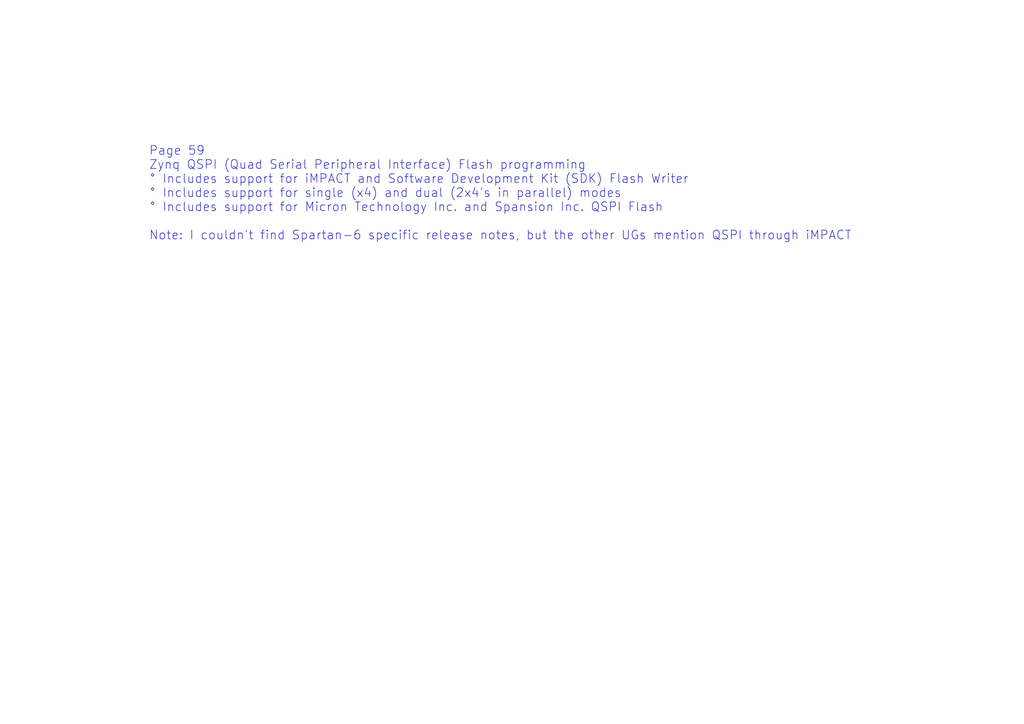
<source format=kicad_sch>
(kicad_sch (version 20230121) (generator eeschema)
  (paper "A4")
  (lib_symbols)
  (text "Page 59\nZynq QSPI (Quad Serial Peripheral Interface) Flash programming\n° Includes support for iMPACT and Software Development Kit (SDK) Flash Writer\n° Includes support for single (x4) and dual (2x4's in parallel) modes\n° Includes support for Micron Technology Inc. and Spansion Inc. QSPI Flash \n\nNote: I couldn't find Spartan-6 specific release notes, but the other UGs mention QSPI through iMPACT" (at 43.18 69.85 0) (effects (font (size 2.54 2.54)) (justify left bottom)))
)
</source>
